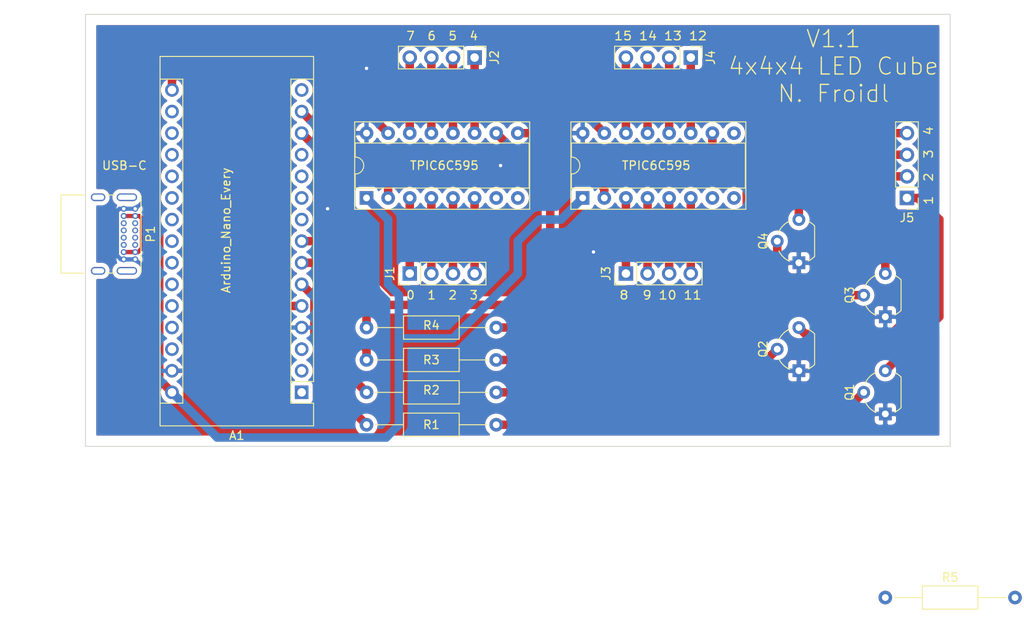
<source format=kicad_pcb>
(kicad_pcb (version 20171130) (host pcbnew "(5.1.12)-1")
  (layers (0 F.Cu signal) (31 B.Cu signal) (34 B.Paste user) (35 F.Paste user) (36 B.SilkS user) (37 F.SilkS user) (38 B.Mask user) (39 F.Mask user) (44 Edge.Cuts user))
  (net 0 "")
  (net 1 "Net-(A1-Pad16)")
  (net 2 "Net-(A1-Pad15)")
  (net 3 +5V)
  (net 4 "Net-(A1-Pad14)")
  (net 5 "Net-(A1-Pad13)")
  (net 6 "Net-(A1-Pad28)")
  (net 7 "Net-(A1-Pad12)")
  (net 8 "Net-(A1-Pad27)")
  (net 9 "Net-(A1-Pad11)")
  (net 10 "Net-(A1-Pad26)")
  (net 11 "Net-(A1-Pad10)")
  (net 12 "Net-(A1-Pad25)")
  (net 13 "Net-(A1-Pad9)")
  (net 14 "Net-(A1-Pad24)")
  (net 15 "Net-(A1-Pad8)")
  (net 16 "Net-(A1-Pad23)")
  (net 17 "Net-(A1-Pad7)")
  (net 18 "Net-(A1-Pad22)")
  (net 19 "Net-(A1-Pad6)")
  (net 20 "Net-(A1-Pad21)")
  (net 21 "Net-(A1-Pad5)")
  (net 22 "Net-(A1-Pad20)")
  (net 23 "Net-(A1-Pad19)")
  (net 24 "Net-(A1-Pad3)")
  (net 25 "Net-(A1-Pad18)")
  (net 26 "Net-(A1-Pad2)")
  (net 27 "Net-(A1-Pad17)")
  (net 28 "Net-(A1-Pad1)")
  (net 29 "Net-(J1-Pad4)")
  (net 30 "Net-(J1-Pad3)")
  (net 31 "Net-(J1-Pad2)")
  (net 32 "Net-(J1-Pad1)")
  (net 33 "Net-(J2-Pad4)")
  (net 34 "Net-(J2-Pad3)")
  (net 35 "Net-(J2-Pad2)")
  (net 36 "Net-(J2-Pad1)")
  (net 37 "Net-(J3-Pad4)")
  (net 38 "Net-(J3-Pad3)")
  (net 39 "Net-(J3-Pad2)")
  (net 40 "Net-(J3-Pad1)")
  (net 41 "Net-(P1-PadS1)")
  (net 42 "Net-(P1-PadB5)")
  (net 43 "Net-(P1-PadB8)")
  (net 44 "Net-(P1-PadA8)")
  (net 45 "Net-(P1-PadA7)")
  (net 46 "Net-(P1-PadA6)")
  (net 47 "Net-(P1-PadA5)")
  (net 48 GND)
  (net 49 "Net-(U1-Pad9)")
  (net 50 "Net-(U1-Pad8)")
  (net 51 "Net-(U2-Pad9)")
  (net 52 "Net-(U2-Pad8)")
  (net 53 "Net-(U1-Pad7)")
  (net 54 "Net-(U2-Pad7)")
  (net 55 "Net-(Q1-Pad2)")
  (net 56 "Net-(Q2-Pad2)")
  (net 57 "Net-(Q3-Pad2)")
  (net 58 "Net-(Q4-Pad2)")
  (net 59 "Net-(J5-Pad4)")
  (net 60 "Net-(J5-Pad3)")
  (net 61 "Net-(J5-Pad2)")
  (net 62 "Net-(J5-Pad1)")
  (net 63 "Net-(J4-Pad4)")
  (net 64 "Net-(J4-Pad3)")
  (net 65 "Net-(J4-Pad2)")
  (net 66 "Net-(J4-Pad1)")
  (net 67 "Net-(Q1-Pad1)")
  (module Resistor_THT:R_Axial_DIN0207_L6.3mm_D2.5mm_P15.24mm_Horizontal (layer F.Cu) (at 144.78 119.38)
    (fp_text reference R5 (at 7.62 -2.37) (layer F.SilkS))
    (fp_text value 330)
    (fp_line (start 4.35 -1.37) (end 4.35 1.37) (layer F.SilkS) (width 0.12))
    (fp_line (start 4.35 1.37) (end 10.89 1.37) (layer F.SilkS) (width 0.12))
    (fp_line (start 10.89 1.37) (end 10.89 -1.37) (layer F.SilkS) (width 0.12))
    (fp_line (start 10.89 -1.37) (end 4.35 -1.37) (layer F.SilkS) (width 0.12))
    (fp_line (start 1.04 0) (end 4.35 0) (layer F.SilkS) (width 0.12))
    (fp_line (start 14.2 0) (end 10.89 0) (layer F.SilkS) (width 0.12))
    (pad 2 thru_hole oval (at 15.24 0) (size 1.6 1.6) (drill 0.8) (layers *.Cu *.Mask) (net 48 GND))
    (pad 1 thru_hole circle (at 0 0) (size 1.6 1.6) (drill 0.8) (layers *.Cu *.Mask) (net 67 "Net-(Q1-Pad1)"))
  )
  (module Connector_PinHeader_2.54mm:PinHeader_1x04_P2.54mm_Vertical (layer F.Cu) (at 121.92 55.88 270)
    (fp_text reference J4 (at 0 -2.33 90) (layer F.SilkS))
    (fp_text value Conn_01x04_Male)
    (fp_line (start -1.33 8.95) (end 1.33 8.95) (layer F.SilkS) (width 0.12))
    (fp_line (start -1.33 1.27) (end -1.33 8.95) (layer F.SilkS) (width 0.12))
    (fp_line (start 1.33 1.27) (end 1.33 8.95) (layer F.SilkS) (width 0.12))
    (fp_line (start -1.33 1.27) (end 1.33 1.27) (layer F.SilkS) (width 0.12))
    (fp_line (start -1.33 0) (end -1.33 -1.33) (layer F.SilkS) (width 0.12))
    (fp_line (start -1.33 -1.33) (end 0 -1.33) (layer F.SilkS) (width 0.12))
    (pad 4 thru_hole oval (at 0 7.62 270) (size 1.7 1.7) (drill 1) (layers *.Cu *.Mask) (net 63 "Net-(J4-Pad4)"))
    (pad 3 thru_hole oval (at 0 5.08 270) (size 1.7 1.7) (drill 1) (layers *.Cu *.Mask) (net 64 "Net-(J4-Pad3)"))
    (pad 2 thru_hole oval (at 0 2.54 270) (size 1.7 1.7) (drill 1) (layers *.Cu *.Mask) (net 65 "Net-(J4-Pad2)"))
    (pad 1 thru_hole rect (at 0 0 270) (size 1.7 1.7) (drill 1) (layers *.Cu *.Mask) (net 66 "Net-(J4-Pad1)"))
  )
  (module Connector_PinHeader_2.54mm:PinHeader_1x04_P2.54mm_Vertical (layer F.Cu) (at 114.3 81.28 90)
    (fp_text reference J3 (at 0 -2.33 90) (layer F.SilkS))
    (fp_text value Conn_01x04_Male)
    (fp_line (start -1.33 8.95) (end 1.33 8.95) (layer F.SilkS) (width 0.12))
    (fp_line (start -1.33 1.27) (end -1.33 8.95) (layer F.SilkS) (width 0.12))
    (fp_line (start 1.33 1.27) (end 1.33 8.95) (layer F.SilkS) (width 0.12))
    (fp_line (start -1.33 1.27) (end 1.33 1.27) (layer F.SilkS) (width 0.12))
    (fp_line (start -1.33 0) (end -1.33 -1.33) (layer F.SilkS) (width 0.12))
    (fp_line (start -1.33 -1.33) (end 0 -1.33) (layer F.SilkS) (width 0.12))
    (pad 4 thru_hole oval (at 0 7.62 90) (size 1.7 1.7) (drill 1) (layers *.Cu *.Mask) (net 37 "Net-(J3-Pad4)"))
    (pad 3 thru_hole oval (at 0 5.08 90) (size 1.7 1.7) (drill 1) (layers *.Cu *.Mask) (net 38 "Net-(J3-Pad3)"))
    (pad 2 thru_hole oval (at 0 2.54 90) (size 1.7 1.7) (drill 1) (layers *.Cu *.Mask) (net 39 "Net-(J3-Pad2)"))
    (pad 1 thru_hole rect (at 0 0 90) (size 1.7 1.7) (drill 1) (layers *.Cu *.Mask) (net 40 "Net-(J3-Pad1)"))
  )
  (module Connector_PinHeader_2.54mm:PinHeader_1x04_P2.54mm_Vertical (layer F.Cu) (at 96.52 55.88 270)
    (fp_text reference J2 (at 0 -2.33 90) (layer F.SilkS))
    (fp_text value Conn_01x04_Male)
    (fp_line (start -1.33 8.95) (end 1.33 8.95) (layer F.SilkS) (width 0.12))
    (fp_line (start -1.33 1.27) (end -1.33 8.95) (layer F.SilkS) (width 0.12))
    (fp_line (start 1.33 1.27) (end 1.33 8.95) (layer F.SilkS) (width 0.12))
    (fp_line (start -1.33 1.27) (end 1.33 1.27) (layer F.SilkS) (width 0.12))
    (fp_line (start -1.33 0) (end -1.33 -1.33) (layer F.SilkS) (width 0.12))
    (fp_line (start -1.33 -1.33) (end 0 -1.33) (layer F.SilkS) (width 0.12))
    (pad 4 thru_hole oval (at 0 7.62 270) (size 1.7 1.7) (drill 1) (layers *.Cu *.Mask) (net 33 "Net-(J2-Pad4)"))
    (pad 3 thru_hole oval (at 0 5.08 270) (size 1.7 1.7) (drill 1) (layers *.Cu *.Mask) (net 34 "Net-(J2-Pad3)"))
    (pad 2 thru_hole oval (at 0 2.54 270) (size 1.7 1.7) (drill 1) (layers *.Cu *.Mask) (net 35 "Net-(J2-Pad2)"))
    (pad 1 thru_hole rect (at 0 0 270) (size 1.7 1.7) (drill 1) (layers *.Cu *.Mask) (net 36 "Net-(J2-Pad1)"))
  )
  (module Connector_PinHeader_2.54mm:PinHeader_1x04_P2.54mm_Vertical (layer F.Cu) (at 88.9 81.28 90)
    (fp_text reference J1 (at 0 -2.33 90) (layer F.SilkS))
    (fp_text value Conn_01x04_Male)
    (fp_line (start -1.33 8.95) (end 1.33 8.95) (layer F.SilkS) (width 0.12))
    (fp_line (start -1.33 1.27) (end -1.33 8.95) (layer F.SilkS) (width 0.12))
    (fp_line (start 1.33 1.27) (end 1.33 8.95) (layer F.SilkS) (width 0.12))
    (fp_line (start -1.33 1.27) (end 1.33 1.27) (layer F.SilkS) (width 0.12))
    (fp_line (start -1.33 0) (end -1.33 -1.33) (layer F.SilkS) (width 0.12))
    (fp_line (start -1.33 -1.33) (end 0 -1.33) (layer F.SilkS) (width 0.12))
    (pad 4 thru_hole oval (at 0 7.62 90) (size 1.7 1.7) (drill 1) (layers *.Cu *.Mask) (net 29 "Net-(J1-Pad4)"))
    (pad 3 thru_hole oval (at 0 5.08 90) (size 1.7 1.7) (drill 1) (layers *.Cu *.Mask) (net 30 "Net-(J1-Pad3)"))
    (pad 2 thru_hole oval (at 0 2.54 90) (size 1.7 1.7) (drill 1) (layers *.Cu *.Mask) (net 31 "Net-(J1-Pad2)"))
    (pad 1 thru_hole rect (at 0 0 90) (size 1.7 1.7) (drill 1) (layers *.Cu *.Mask) (net 32 "Net-(J1-Pad1)"))
  )
  (module Package_DIP:DIP-16_W7.62mm_Socket (layer F.Cu) (at 109.22 72.39 90)
    (fp_text reference U2 hide)
    (fp_text value TPIC6C595N)
    (fp_line (start 2.81 -1.33) (end 1.16 -1.33) (layer F.SilkS) (width 0.12))
    (fp_line (start 1.16 -1.33) (end 1.16 19.11) (layer F.SilkS) (width 0.12))
    (fp_line (start 1.16 19.11) (end 6.46 19.11) (layer F.SilkS) (width 0.12))
    (fp_line (start 6.46 19.11) (end 6.46 -1.33) (layer F.SilkS) (width 0.12))
    (fp_line (start 6.46 -1.33) (end 4.81 -1.33) (layer F.SilkS) (width 0.12))
    (fp_line (start -1.33 -1.39) (end -1.33 19.17) (layer F.SilkS) (width 0.12))
    (fp_line (start -1.33 19.17) (end 8.95 19.17) (layer F.SilkS) (width 0.12))
    (fp_line (start 8.95 19.17) (end 8.95 -1.39) (layer F.SilkS) (width 0.12))
    (fp_line (start 8.95 -1.39) (end -1.33 -1.39) (layer F.SilkS) (width 0.12))
    (fp_arc (start 3.81 -1.33) (end 2.81 -1.33) (angle -180) (layer F.SilkS) (width 0.12))
    (pad 16 thru_hole oval (at 7.62 0 90) (size 1.6 1.6) (drill 0.8) (layers *.Cu *.Mask) (net 48 GND))
    (pad 8 thru_hole oval (at 0 17.78 90) (size 1.6 1.6) (drill 0.8) (layers *.Cu *.Mask) (net 52 "Net-(U2-Pad8)"))
    (pad 15 thru_hole oval (at 7.62 2.54 90) (size 1.6 1.6) (drill 0.8) (layers *.Cu *.Mask) (net 1 "Net-(A1-Pad16)"))
    (pad 7 thru_hole oval (at 0 15.24 90) (size 1.6 1.6) (drill 0.8) (layers *.Cu *.Mask) (net 54 "Net-(U2-Pad7)"))
    (pad 14 thru_hole oval (at 7.62 5.08 90) (size 1.6 1.6) (drill 0.8) (layers *.Cu *.Mask) (net 63 "Net-(J4-Pad4)"))
    (pad 6 thru_hole oval (at 0 12.7 90) (size 1.6 1.6) (drill 0.8) (layers *.Cu *.Mask) (net 37 "Net-(J3-Pad4)"))
    (pad 13 thru_hole oval (at 7.62 7.62 90) (size 1.6 1.6) (drill 0.8) (layers *.Cu *.Mask) (net 64 "Net-(J4-Pad3)"))
    (pad 5 thru_hole oval (at 0 10.16 90) (size 1.6 1.6) (drill 0.8) (layers *.Cu *.Mask) (net 38 "Net-(J3-Pad3)"))
    (pad 12 thru_hole oval (at 7.62 10.16 90) (size 1.6 1.6) (drill 0.8) (layers *.Cu *.Mask) (net 65 "Net-(J4-Pad2)"))
    (pad 4 thru_hole oval (at 0 7.62 90) (size 1.6 1.6) (drill 0.8) (layers *.Cu *.Mask) (net 39 "Net-(J3-Pad2)"))
    (pad 11 thru_hole oval (at 7.62 12.7 90) (size 1.6 1.6) (drill 0.8) (layers *.Cu *.Mask) (net 66 "Net-(J4-Pad1)"))
    (pad 3 thru_hole oval (at 0 5.08 90) (size 1.6 1.6) (drill 0.8) (layers *.Cu *.Mask) (net 40 "Net-(J3-Pad1)"))
    (pad 10 thru_hole oval (at 7.62 15.24 90) (size 1.6 1.6) (drill 0.8) (layers *.Cu *.Mask) (net 5 "Net-(A1-Pad13)"))
    (pad 2 thru_hole oval (at 0 2.54 90) (size 1.6 1.6) (drill 0.8) (layers *.Cu *.Mask) (net 49 "Net-(U1-Pad9)"))
    (pad 9 thru_hole oval (at 7.62 17.78 90) (size 1.6 1.6) (drill 0.8) (layers *.Cu *.Mask) (net 51 "Net-(U2-Pad9)"))
    (pad 1 thru_hole rect (at 0 0 90) (size 1.6 1.6) (drill 0.8) (layers *.Cu *.Mask) (net 3 +5V))
  )
  (module Package_DIP:DIP-16_W7.62mm_Socket (layer F.Cu) (at 83.82 72.39 90)
    (fp_text reference U1 hide)
    (fp_text value TPIC6C595N)
    (fp_line (start 2.81 -1.33) (end 1.16 -1.33) (layer F.SilkS) (width 0.12))
    (fp_line (start 1.16 -1.33) (end 1.16 19.11) (layer F.SilkS) (width 0.12))
    (fp_line (start 1.16 19.11) (end 6.46 19.11) (layer F.SilkS) (width 0.12))
    (fp_line (start 6.46 19.11) (end 6.46 -1.33) (layer F.SilkS) (width 0.12))
    (fp_line (start 6.46 -1.33) (end 4.81 -1.33) (layer F.SilkS) (width 0.12))
    (fp_line (start -1.33 -1.39) (end -1.33 19.17) (layer F.SilkS) (width 0.12))
    (fp_line (start -1.33 19.17) (end 8.95 19.17) (layer F.SilkS) (width 0.12))
    (fp_line (start 8.95 19.17) (end 8.95 -1.39) (layer F.SilkS) (width 0.12))
    (fp_line (start 8.95 -1.39) (end -1.33 -1.39) (layer F.SilkS) (width 0.12))
    (fp_arc (start 3.81 -1.33) (end 2.81 -1.33) (angle -180) (layer F.SilkS) (width 0.12))
    (pad 16 thru_hole oval (at 7.62 0 90) (size 1.6 1.6) (drill 0.8) (layers *.Cu *.Mask) (net 48 GND))
    (pad 8 thru_hole oval (at 0 17.78 90) (size 1.6 1.6) (drill 0.8) (layers *.Cu *.Mask) (net 50 "Net-(U1-Pad8)"))
    (pad 15 thru_hole oval (at 7.62 2.54 90) (size 1.6 1.6) (drill 0.8) (layers *.Cu *.Mask) (net 1 "Net-(A1-Pad16)"))
    (pad 7 thru_hole oval (at 0 15.24 90) (size 1.6 1.6) (drill 0.8) (layers *.Cu *.Mask) (net 53 "Net-(U1-Pad7)"))
    (pad 14 thru_hole oval (at 7.62 5.08 90) (size 1.6 1.6) (drill 0.8) (layers *.Cu *.Mask) (net 33 "Net-(J2-Pad4)"))
    (pad 6 thru_hole oval (at 0 12.7 90) (size 1.6 1.6) (drill 0.8) (layers *.Cu *.Mask) (net 29 "Net-(J1-Pad4)"))
    (pad 13 thru_hole oval (at 7.62 7.62 90) (size 1.6 1.6) (drill 0.8) (layers *.Cu *.Mask) (net 34 "Net-(J2-Pad3)"))
    (pad 5 thru_hole oval (at 0 10.16 90) (size 1.6 1.6) (drill 0.8) (layers *.Cu *.Mask) (net 30 "Net-(J1-Pad3)"))
    (pad 12 thru_hole oval (at 7.62 10.16 90) (size 1.6 1.6) (drill 0.8) (layers *.Cu *.Mask) (net 35 "Net-(J2-Pad2)"))
    (pad 4 thru_hole oval (at 0 7.62 90) (size 1.6 1.6) (drill 0.8) (layers *.Cu *.Mask) (net 31 "Net-(J1-Pad2)"))
    (pad 11 thru_hole oval (at 7.62 12.7 90) (size 1.6 1.6) (drill 0.8) (layers *.Cu *.Mask) (net 36 "Net-(J2-Pad1)"))
    (pad 3 thru_hole oval (at 0 5.08 90) (size 1.6 1.6) (drill 0.8) (layers *.Cu *.Mask) (net 32 "Net-(J1-Pad1)"))
    (pad 10 thru_hole oval (at 7.62 15.24 90) (size 1.6 1.6) (drill 0.8) (layers *.Cu *.Mask) (net 5 "Net-(A1-Pad13)"))
    (pad 2 thru_hole oval (at 0 2.54 90) (size 1.6 1.6) (drill 0.8) (layers *.Cu *.Mask) (net 4 "Net-(A1-Pad14)"))
    (pad 9 thru_hole oval (at 7.62 17.78 90) (size 1.6 1.6) (drill 0.8) (layers *.Cu *.Mask) (net 49 "Net-(U1-Pad9)"))
    (pad 1 thru_hole rect (at 0 0 90) (size 1.6 1.6) (drill 0.8) (layers *.Cu *.Mask) (net 3 +5V))
  )
  (module Resistor_THT:R_Axial_DIN0207_L6.3mm_D2.5mm_P15.24mm_Horizontal (layer F.Cu) (at 83.82 87.63)
    (fp_text reference R4 (at 7.62 -0.254) (layer F.SilkS))
    (fp_text value 1k)
    (fp_line (start 4.35 -1.37) (end 4.35 1.37) (layer F.SilkS) (width 0.12))
    (fp_line (start 4.35 1.37) (end 10.89 1.37) (layer F.SilkS) (width 0.12))
    (fp_line (start 10.89 1.37) (end 10.89 -1.37) (layer F.SilkS) (width 0.12))
    (fp_line (start 10.89 -1.37) (end 4.35 -1.37) (layer F.SilkS) (width 0.12))
    (fp_line (start 1.04 0) (end 4.35 0) (layer F.SilkS) (width 0.12))
    (fp_line (start 14.2 0) (end 10.89 0) (layer F.SilkS) (width 0.12))
    (pad 2 thru_hole oval (at 15.24 0) (size 1.6 1.6) (drill 0.8) (layers *.Cu *.Mask) (net 58 "Net-(Q4-Pad2)"))
    (pad 1 thru_hole circle (at 0 0) (size 1.6 1.6) (drill 0.8) (layers *.Cu *.Mask) (net 15 "Net-(A1-Pad8)"))
  )
  (module Resistor_THT:R_Axial_DIN0207_L6.3mm_D2.5mm_P15.24mm_Horizontal (layer F.Cu) (at 83.82 91.44)
    (fp_text reference R3 (at 7.62 0) (layer F.SilkS))
    (fp_text value 1k)
    (fp_line (start 4.35 -1.37) (end 4.35 1.37) (layer F.SilkS) (width 0.12))
    (fp_line (start 4.35 1.37) (end 10.89 1.37) (layer F.SilkS) (width 0.12))
    (fp_line (start 10.89 1.37) (end 10.89 -1.37) (layer F.SilkS) (width 0.12))
    (fp_line (start 10.89 -1.37) (end 4.35 -1.37) (layer F.SilkS) (width 0.12))
    (fp_line (start 1.04 0) (end 4.35 0) (layer F.SilkS) (width 0.12))
    (fp_line (start 14.2 0) (end 10.89 0) (layer F.SilkS) (width 0.12))
    (pad 2 thru_hole oval (at 15.24 0) (size 1.6 1.6) (drill 0.8) (layers *.Cu *.Mask) (net 57 "Net-(Q3-Pad2)"))
    (pad 1 thru_hole circle (at 0 0) (size 1.6 1.6) (drill 0.8) (layers *.Cu *.Mask) (net 17 "Net-(A1-Pad7)"))
  )
  (module Resistor_THT:R_Axial_DIN0207_L6.3mm_D2.5mm_P15.24mm_Horizontal (layer F.Cu) (at 83.82 95.25)
    (fp_text reference R2 (at 7.62 -0.254) (layer F.SilkS))
    (fp_text value 1k)
    (fp_line (start 4.35 -1.37) (end 4.35 1.37) (layer F.SilkS) (width 0.12))
    (fp_line (start 4.35 1.37) (end 10.89 1.37) (layer F.SilkS) (width 0.12))
    (fp_line (start 10.89 1.37) (end 10.89 -1.37) (layer F.SilkS) (width 0.12))
    (fp_line (start 10.89 -1.37) (end 4.35 -1.37) (layer F.SilkS) (width 0.12))
    (fp_line (start 1.04 0) (end 4.35 0) (layer F.SilkS) (width 0.12))
    (fp_line (start 14.2 0) (end 10.89 0) (layer F.SilkS) (width 0.12))
    (pad 2 thru_hole oval (at 15.24 0) (size 1.6 1.6) (drill 0.8) (layers *.Cu *.Mask) (net 56 "Net-(Q2-Pad2)"))
    (pad 1 thru_hole circle (at 0 0) (size 1.6 1.6) (drill 0.8) (layers *.Cu *.Mask) (net 19 "Net-(A1-Pad6)"))
  )
  (module Resistor_THT:R_Axial_DIN0207_L6.3mm_D2.5mm_P15.24mm_Horizontal (layer F.Cu) (at 99.06 99.06 180)
    (fp_text reference R1 (at 7.62 0) (layer F.SilkS))
    (fp_text value 1k)
    (fp_line (start 4.35 -1.37) (end 4.35 1.37) (layer F.SilkS) (width 0.12))
    (fp_line (start 4.35 1.37) (end 10.89 1.37) (layer F.SilkS) (width 0.12))
    (fp_line (start 10.89 1.37) (end 10.89 -1.37) (layer F.SilkS) (width 0.12))
    (fp_line (start 10.89 -1.37) (end 4.35 -1.37) (layer F.SilkS) (width 0.12))
    (fp_line (start 1.04 0) (end 4.35 0) (layer F.SilkS) (width 0.12))
    (fp_line (start 14.2 0) (end 10.89 0) (layer F.SilkS) (width 0.12))
    (pad 2 thru_hole oval (at 15.24 0 180) (size 1.6 1.6) (drill 0.8) (layers *.Cu *.Mask) (net 21 "Net-(A1-Pad5)"))
    (pad 1 thru_hole circle (at 0 0 180) (size 1.6 1.6) (drill 0.8) (layers *.Cu *.Mask) (net 55 "Net-(Q1-Pad2)"))
  )
  (module Package_TO_SOT_THT:TO-92_Wide (layer F.Cu) (at 144.78 97.79 90)
    (fp_text reference Q1 (at 2.55 -4.19 90) (layer F.SilkS))
    (fp_text value 2N3904)
    (fp_line (start 0.74 1.85) (end 4.34 1.85) (layer F.SilkS) (width 0.12))
    (fp_arc (start 2.54 0) (end 4.34 1.85) (angle -20) (layer F.SilkS) (width 0.12))
    (fp_arc (start 2.54 0) (end 3.65 -2.35) (angle 39.71668247) (layer F.SilkS) (width 0.12))
    (fp_arc (start 2.54 0) (end 1.4 -2.35) (angle -39.12170074) (layer F.SilkS) (width 0.12))
    (fp_arc (start 2.54 0) (end 0.74 1.85) (angle 20) (layer F.SilkS) (width 0.12))
    (pad 1 thru_hole rect (at 0 0 90) (size 1.5 1.5) (drill 0.8) (layers *.Cu *.Mask) (net 67 "Net-(Q1-Pad1)"))
    (pad 3 thru_hole circle (at 5.08 0 90) (size 1.5 1.5) (drill 0.8) (layers *.Cu *.Mask) (net 62 "Net-(J5-Pad1)"))
    (pad 2 thru_hole circle (at 2.54 -2.54 90) (size 1.5 1.5) (drill 0.8) (layers *.Cu *.Mask) (net 55 "Net-(Q1-Pad2)"))
  )
  (module Package_TO_SOT_THT:TO-92_Wide (layer F.Cu) (at 134.62 92.71 90)
    (fp_text reference Q2 (at 2.55 -4.19 90) (layer F.SilkS))
    (fp_text value 2N3904)
    (fp_line (start 0.74 1.85) (end 4.34 1.85) (layer F.SilkS) (width 0.12))
    (fp_arc (start 2.54 0) (end 4.34 1.85) (angle -20) (layer F.SilkS) (width 0.12))
    (fp_arc (start 2.54 0) (end 3.65 -2.35) (angle 39.71668247) (layer F.SilkS) (width 0.12))
    (fp_arc (start 2.54 0) (end 1.4 -2.35) (angle -39.12170074) (layer F.SilkS) (width 0.12))
    (fp_arc (start 2.54 0) (end 0.74 1.85) (angle 20) (layer F.SilkS) (width 0.12))
    (pad 1 thru_hole rect (at 0 0 90) (size 1.5 1.5) (drill 0.8) (layers *.Cu *.Mask) (net 67 "Net-(Q1-Pad1)"))
    (pad 3 thru_hole circle (at 5.08 0 90) (size 1.5 1.5) (drill 0.8) (layers *.Cu *.Mask) (net 61 "Net-(J5-Pad2)"))
    (pad 2 thru_hole circle (at 2.54 -2.54 90) (size 1.5 1.5) (drill 0.8) (layers *.Cu *.Mask) (net 56 "Net-(Q2-Pad2)"))
  )
  (module Package_TO_SOT_THT:TO-92_Wide (layer F.Cu) (at 144.78 86.36 90)
    (fp_text reference Q3 (at 2.55 -4.19 90) (layer F.SilkS))
    (fp_text value 2N3904)
    (fp_line (start 0.74 1.85) (end 4.34 1.85) (layer F.SilkS) (width 0.12))
    (fp_arc (start 2.54 0) (end 4.34 1.85) (angle -20) (layer F.SilkS) (width 0.12))
    (fp_arc (start 2.54 0) (end 3.65 -2.35) (angle 39.71668247) (layer F.SilkS) (width 0.12))
    (fp_arc (start 2.54 0) (end 1.4 -2.35) (angle -39.12170074) (layer F.SilkS) (width 0.12))
    (fp_arc (start 2.54 0) (end 0.74 1.85) (angle 20) (layer F.SilkS) (width 0.12))
    (pad 1 thru_hole rect (at 0 0 90) (size 1.5 1.5) (drill 0.8) (layers *.Cu *.Mask) (net 67 "Net-(Q1-Pad1)"))
    (pad 3 thru_hole circle (at 5.08 0 90) (size 1.5 1.5) (drill 0.8) (layers *.Cu *.Mask) (net 60 "Net-(J5-Pad3)"))
    (pad 2 thru_hole circle (at 2.54 -2.54 90) (size 1.5 1.5) (drill 0.8) (layers *.Cu *.Mask) (net 57 "Net-(Q3-Pad2)"))
  )
  (module Package_TO_SOT_THT:TO-92_Wide (layer F.Cu) (at 134.62 80.01 90)
    (fp_text reference Q4 (at 2.55 -4.19 90) (layer F.SilkS))
    (fp_text value 2N3904)
    (fp_line (start 0.74 1.85) (end 4.34 1.85) (layer F.SilkS) (width 0.12))
    (fp_arc (start 2.54 0) (end 4.34 1.85) (angle -20) (layer F.SilkS) (width 0.12))
    (fp_arc (start 2.54 0) (end 3.65 -2.35) (angle 39.71668247) (layer F.SilkS) (width 0.12))
    (fp_arc (start 2.54 0) (end 1.4 -2.35) (angle -39.12170074) (layer F.SilkS) (width 0.12))
    (fp_arc (start 2.54 0) (end 0.74 1.85) (angle 20) (layer F.SilkS) (width 0.12))
    (pad 1 thru_hole rect (at 0 0 90) (size 1.5 1.5) (drill 0.8) (layers *.Cu *.Mask) (net 67 "Net-(Q1-Pad1)"))
    (pad 3 thru_hole circle (at 5.08 0 90) (size 1.5 1.5) (drill 0.8) (layers *.Cu *.Mask) (net 59 "Net-(J5-Pad4)"))
    (pad 2 thru_hole circle (at 2.54 -2.54 90) (size 1.5 1.5) (drill 0.8) (layers *.Cu *.Mask) (net 58 "Net-(Q4-Pad2)"))
  )
  (module Connector_USB:USB_C_Receptacle_GCT_USB4085 (layer F.Cu) (at 56.642 73.66 270)
    (fp_text reference P1 (at 2.975 -1.8 90) (layer F.SilkS))
    (fp_text value USB_C_Plug)
    (fp_line (start -1.62 8.73) (end 7.57 8.73) (layer F.SilkS) (width 0.12))
    (fp_line (start -1.5 -0.68) (end 7.45 -0.68) (layer F.SilkS) (width 0.12))
    (fp_line (start 7.57 6) (end 7.57 8.73) (layer F.SilkS) (width 0.12))
    (fp_line (start -1.62 6) (end -1.62 8.73) (layer F.SilkS) (width 0.12))
    (fp_line (start 7.57 2.4) (end 7.57 3.3) (layer F.SilkS) (width 0.12))
    (fp_line (start -1.62 2.4) (end -1.62 3.3) (layer F.SilkS) (width 0.12))
    (pad S1 thru_hole oval (at 7.3 4.36 270) (size 0.9 1.7) (drill oval 0.6 1.4) (layers *.Cu *.Mask) (net 41 "Net-(P1-PadS1)"))
    (pad S1 thru_hole oval (at -1.35 4.36 270) (size 0.9 1.7) (drill oval 0.6 1.4) (layers *.Cu *.Mask) (net 41 "Net-(P1-PadS1)"))
    (pad S1 thru_hole oval (at 7.3 0.98 270) (size 0.9 2.4) (drill oval 0.6 2.1) (layers *.Cu *.Mask) (net 41 "Net-(P1-PadS1)"))
    (pad S1 thru_hole oval (at -1.35 0.98 270) (size 0.9 2.4) (drill oval 0.6 2.1) (layers *.Cu *.Mask) (net 41 "Net-(P1-PadS1)"))
    (pad B6 thru_hole circle (at 3.4 1.35 270) (size 0.7 0.7) (drill 0.4) (layers *.Cu *.Mask))
    (pad B1 thru_hole circle (at 5.95 1.35 270) (size 0.7 0.7) (drill 0.4) (layers *.Cu *.Mask) (net 48 GND))
    (pad B4 thru_hole circle (at 5.1 1.35 270) (size 0.7 0.7) (drill 0.4) (layers *.Cu *.Mask) (net 3 +5V))
    (pad B5 thru_hole circle (at 4.25 1.35 270) (size 0.7 0.7) (drill 0.4) (layers *.Cu *.Mask) (net 42 "Net-(P1-PadB5)"))
    (pad B12 thru_hole circle (at 0 1.35 270) (size 0.7 0.7) (drill 0.4) (layers *.Cu *.Mask) (net 48 GND))
    (pad B8 thru_hole circle (at 1.7 1.35 270) (size 0.7 0.7) (drill 0.4) (layers *.Cu *.Mask) (net 43 "Net-(P1-PadB8)"))
    (pad B7 thru_hole circle (at 2.55 1.35 270) (size 0.7 0.7) (drill 0.4) (layers *.Cu *.Mask))
    (pad B9 thru_hole circle (at 0.85 1.35 270) (size 0.7 0.7) (drill 0.4) (layers *.Cu *.Mask) (net 3 +5V))
    (pad A12 thru_hole circle (at 5.95 0 270) (size 0.7 0.7) (drill 0.4) (layers *.Cu *.Mask) (net 48 GND))
    (pad A9 thru_hole circle (at 5.1 0 270) (size 0.7 0.7) (drill 0.4) (layers *.Cu *.Mask) (net 3 +5V))
    (pad A8 thru_hole circle (at 4.25 0 270) (size 0.7 0.7) (drill 0.4) (layers *.Cu *.Mask) (net 44 "Net-(P1-PadA8)"))
    (pad A7 thru_hole circle (at 3.4 0 270) (size 0.7 0.7) (drill 0.4) (layers *.Cu *.Mask) (net 45 "Net-(P1-PadA7)"))
    (pad A6 thru_hole circle (at 2.55 0 270) (size 0.7 0.7) (drill 0.4) (layers *.Cu *.Mask) (net 46 "Net-(P1-PadA6)"))
    (pad A5 thru_hole circle (at 1.7 0 270) (size 0.7 0.7) (drill 0.4) (layers *.Cu *.Mask) (net 47 "Net-(P1-PadA5)"))
    (pad A4 thru_hole circle (at 0.85 0 270) (size 0.7 0.7) (drill 0.4) (layers *.Cu *.Mask) (net 3 +5V))
    (pad A1 thru_hole circle (at 0 0 270) (size 0.7 0.7) (drill 0.4) (layers *.Cu *.Mask) (net 48 GND))
  )
  (module Connector_PinHeader_2.54mm:PinHeader_1x04_P2.54mm_Vertical (layer F.Cu) (at 147.32 72.39 180)
    (fp_text reference J5 (at 0 -2.33) (layer F.SilkS))
    (fp_text value Conn_01x04_Male)
    (fp_line (start -1.33 8.95) (end 1.33 8.95) (layer F.SilkS) (width 0.12))
    (fp_line (start -1.33 1.27) (end -1.33 8.95) (layer F.SilkS) (width 0.12))
    (fp_line (start 1.33 1.27) (end 1.33 8.95) (layer F.SilkS) (width 0.12))
    (fp_line (start -1.33 1.27) (end 1.33 1.27) (layer F.SilkS) (width 0.12))
    (fp_line (start -1.33 0) (end -1.33 -1.33) (layer F.SilkS) (width 0.12))
    (fp_line (start -1.33 -1.33) (end 0 -1.33) (layer F.SilkS) (width 0.12))
    (pad 4 thru_hole oval (at 0 7.62 180) (size 1.7 1.7) (drill 1) (layers *.Cu *.Mask) (net 59 "Net-(J5-Pad4)"))
    (pad 3 thru_hole oval (at 0 5.08 180) (size 1.7 1.7) (drill 1) (layers *.Cu *.Mask) (net 60 "Net-(J5-Pad3)"))
    (pad 2 thru_hole oval (at 0 2.54 180) (size 1.7 1.7) (drill 1) (layers *.Cu *.Mask) (net 61 "Net-(J5-Pad2)"))
    (pad 1 thru_hole rect (at 0 0 180) (size 1.7 1.7) (drill 1) (layers *.Cu *.Mask) (net 62 "Net-(J5-Pad1)"))
  )
  (module Module:Arduino_Nano (layer F.Cu) (at 76.2 95.25 180)
    (fp_text reference A1 (at 7.62 -5.08) (layer F.SilkS))
    (fp_text value Arduino_Nano_Every (at 8.89 19.05 90) (layer F.SilkS))
    (fp_line (start 1.27 1.27) (end 1.27 -1.27) (layer F.SilkS) (width 0.12))
    (fp_line (start 1.27 -1.27) (end -1.4 -1.27) (layer F.SilkS) (width 0.12))
    (fp_line (start -1.4 1.27) (end -1.4 39.5) (layer F.SilkS) (width 0.12))
    (fp_line (start -1.4 -3.94) (end -1.4 -1.27) (layer F.SilkS) (width 0.12))
    (fp_line (start 13.97 -1.27) (end 16.64 -1.27) (layer F.SilkS) (width 0.12))
    (fp_line (start 13.97 -1.27) (end 13.97 36.83) (layer F.SilkS) (width 0.12))
    (fp_line (start 13.97 36.83) (end 16.64 36.83) (layer F.SilkS) (width 0.12))
    (fp_line (start 1.27 1.27) (end -1.4 1.27) (layer F.SilkS) (width 0.12))
    (fp_line (start 1.27 1.27) (end 1.27 36.83) (layer F.SilkS) (width 0.12))
    (fp_line (start 1.27 36.83) (end -1.4 36.83) (layer F.SilkS) (width 0.12))
    (fp_line (start -1.4 39.5) (end 16.64 39.5) (layer F.SilkS) (width 0.12))
    (fp_line (start 16.64 39.5) (end 16.64 -3.94) (layer F.SilkS) (width 0.12))
    (fp_line (start 16.64 -3.94) (end -1.4 -3.94) (layer F.SilkS) (width 0.12))
    (pad 16 thru_hole oval (at 15.24 35.56 180) (size 1.6 1.6) (drill 1) (layers *.Cu *.Mask) (net 1 "Net-(A1-Pad16)"))
    (pad 15 thru_hole oval (at 0 35.56 180) (size 1.6 1.6) (drill 1) (layers *.Cu *.Mask) (net 2 "Net-(A1-Pad15)"))
    (pad 30 thru_hole oval (at 15.24 0 180) (size 1.6 1.6) (drill 1) (layers *.Cu *.Mask) (net 3 +5V))
    (pad 14 thru_hole oval (at 0 33.02 180) (size 1.6 1.6) (drill 1) (layers *.Cu *.Mask) (net 4 "Net-(A1-Pad14)"))
    (pad 29 thru_hole oval (at 15.24 2.54 180) (size 1.6 1.6) (drill 1) (layers *.Cu *.Mask) (net 48 GND))
    (pad 13 thru_hole oval (at 0 30.48 180) (size 1.6 1.6) (drill 1) (layers *.Cu *.Mask) (net 5 "Net-(A1-Pad13)"))
    (pad 28 thru_hole oval (at 15.24 5.08 180) (size 1.6 1.6) (drill 1) (layers *.Cu *.Mask) (net 6 "Net-(A1-Pad28)"))
    (pad 12 thru_hole oval (at 0 27.94 180) (size 1.6 1.6) (drill 1) (layers *.Cu *.Mask) (net 7 "Net-(A1-Pad12)"))
    (pad 27 thru_hole oval (at 15.24 7.62 180) (size 1.6 1.6) (drill 1) (layers *.Cu *.Mask) (net 8 "Net-(A1-Pad27)"))
    (pad 11 thru_hole oval (at 0 25.4 180) (size 1.6 1.6) (drill 1) (layers *.Cu *.Mask) (net 9 "Net-(A1-Pad11)"))
    (pad 26 thru_hole oval (at 15.24 10.16 180) (size 1.6 1.6) (drill 1) (layers *.Cu *.Mask) (net 10 "Net-(A1-Pad26)"))
    (pad 10 thru_hole oval (at 0 22.86 180) (size 1.6 1.6) (drill 1) (layers *.Cu *.Mask) (net 11 "Net-(A1-Pad10)"))
    (pad 25 thru_hole oval (at 15.24 12.7 180) (size 1.6 1.6) (drill 1) (layers *.Cu *.Mask) (net 12 "Net-(A1-Pad25)"))
    (pad 9 thru_hole oval (at 0 20.32 180) (size 1.6 1.6) (drill 1) (layers *.Cu *.Mask) (net 13 "Net-(A1-Pad9)"))
    (pad 24 thru_hole oval (at 15.24 15.24 180) (size 1.6 1.6) (drill 1) (layers *.Cu *.Mask) (net 14 "Net-(A1-Pad24)"))
    (pad 8 thru_hole oval (at 0 17.78 180) (size 1.6 1.6) (drill 1) (layers *.Cu *.Mask) (net 15 "Net-(A1-Pad8)"))
    (pad 23 thru_hole oval (at 15.24 17.78 180) (size 1.6 1.6) (drill 1) (layers *.Cu *.Mask) (net 16 "Net-(A1-Pad23)"))
    (pad 7 thru_hole oval (at 0 15.24 180) (size 1.6 1.6) (drill 1) (layers *.Cu *.Mask) (net 17 "Net-(A1-Pad7)"))
    (pad 22 thru_hole oval (at 15.24 20.32 180) (size 1.6 1.6) (drill 1) (layers *.Cu *.Mask) (net 18 "Net-(A1-Pad22)"))
    (pad 6 thru_hole oval (at 0 12.7 180) (size 1.6 1.6) (drill 1) (layers *.Cu *.Mask) (net 19 "Net-(A1-Pad6)"))
    (pad 21 thru_hole oval (at 15.24 22.86 180) (size 1.6 1.6) (drill 1) (layers *.Cu *.Mask) (net 20 "Net-(A1-Pad21)"))
    (pad 5 thru_hole oval (at 0 10.16 180) (size 1.6 1.6) (drill 1) (layers *.Cu *.Mask) (net 21 "Net-(A1-Pad5)"))
    (pad 20 thru_hole oval (at 15.24 25.4 180) (size 1.6 1.6) (drill 1) (layers *.Cu *.Mask) (net 22 "Net-(A1-Pad20)"))
    (pad 4 thru_hole oval (at 0 7.62 180) (size 1.6 1.6) (drill 1) (layers *.Cu *.Mask) (net 48 GND))
    (pad 19 thru_hole oval (at 15.24 27.94 180) (size 1.6 1.6) (drill 1) (layers *.Cu *.Mask) (net 23 "Net-(A1-Pad19)"))
    (pad 3 thru_hole oval (at 0 5.08 180) (size 1.6 1.6) (drill 1) (layers *.Cu *.Mask) (net 24 "Net-(A1-Pad3)"))
    (pad 18 thru_hole oval (at 15.24 30.48 180) (size 1.6 1.6) (drill 1) (layers *.Cu *.Mask) (net 25 "Net-(A1-Pad18)"))
    (pad 2 thru_hole oval (at 0 2.54 180) (size 1.6 1.6) (drill 1) (layers *.Cu *.Mask) (net 26 "Net-(A1-Pad2)"))
    (pad 17 thru_hole oval (at 15.24 33.02 180) (size 1.6 1.6) (drill 1) (layers *.Cu *.Mask) (net 27 "Net-(A1-Pad17)"))
    (pad 1 thru_hole rect (at 0 0 180) (size 1.6 1.6) (drill 1) (layers *.Cu *.Mask) (net 28 "Net-(A1-Pad1)"))
  )
  (gr_text USB-C (at 55.372 68.58) (layer F.SilkS) (effects (font (size 1 1))))
  (gr_text "V1.1\n4x4x4 LED Cube\nN. Froidl" (at 138.684 56.896) (layer F.SilkS) (effects (font (size 2 2))))
  (gr_text TPIC6C595 (at 117.856 68.58) (layer F.SilkS) (effects (font (size 1 1))))
  (gr_text TPIC6C595 (at 92.964 68.58) (layer F.SilkS) (effects (font (size 1 1))))
  (gr_text "1  2  3  4" (at 149.86 68.58 90) (layer F.SilkS) (effects (font (size 1 1.1))))
  (gr_text "15 14 13 12" (at 118.364 53.34) (layer F.SilkS) (effects (font (size 1 1.1))))
  (gr_text "8  9 10 11" (at 118.364 83.82) (layer F.SilkS) (effects (font (size 1 1.1))))
  (gr_text "7  6  5  4" (at 92.71 53.34) (layer F.SilkS) (effects (font (size 1 1))))
  (gr_text "0  1  2  3" (at 92.71 83.82) (layer F.SilkS) (effects (font (size 1 1))))
  (gr_line (start 152.4 50.8) (end 152.4 101.6) (layer Edge.Cuts) (width 0.1))
  (gr_line (start 50.8 50.8) (end 152.4 50.8) (layer Edge.Cuts) (width 0.1))
  (gr_line (start 50.8 101.6) (end 50.8 50.8) (layer Edge.Cuts) (width 0.1))
  (gr_line (start 152.4 101.6) (end 50.8 101.6) (layer Edge.Cuts) (width 0.1))
  (segment (start 60.96 59.69) (end 60.96 58.42) (width 1) (layer F.Cu) (net 1))
  (segment (start 60.96 58.42) (end 66.04 53.34) (width 1) (layer F.Cu) (net 1))
  (segment (start 66.04 53.34) (end 74.93 53.34) (width 1) (layer F.Cu) (net 1))
  (segment (start 74.93 53.34) (end 86.36 64.77) (width 1) (layer F.Cu) (net 1))
  (segment (start 100.33 53.34) (end 111.76 64.77) (width 1) (layer F.Cu) (net 1))
  (segment (start 74.93 53.34) (end 100.33 53.34) (width 1) (layer F.Cu) (net 1))
  (segment (start 55.292 74.51) (end 56.642 74.51) (width 0.5) (layer F.Cu) (net 3))
  (segment (start 56.976002 78.76) (end 55.9 78.76) (width 0.5) (layer F.Cu) (net 3))
  (segment (start 57.442001 78.294001) (end 56.976002 78.76) (width 0.5) (layer F.Cu) (net 3))
  (segment (start 56.642 74.51) (end 57.136974 74.51) (width 0.5) (layer F.Cu) (net 3))
  (segment (start 57.442001 74.815027) (end 57.442001 78.294001) (width 0.5) (layer F.Cu) (net 3))
  (segment (start 57.136974 74.51) (end 57.442001 74.815027) (width 0.5) (layer F.Cu) (net 3))
  (segment (start 55.9 78.76) (end 56.642 78.76) (width 0.5) (layer F.Cu) (net 3))
  (segment (start 55.292 78.76) (end 55.9 78.76) (width 0.5) (layer F.Cu) (net 3))
  (segment (start 57.692001 75.907999) (end 58.937997 75.907999) (width 1) (layer F.Cu) (net 3))
  (segment (start 60.96 95.25) (end 66.270001 100.560001) (width 1) (layer B.Cu) (net 3))
  (segment (start 66.270001 100.560001) (end 86.129999 100.560001) (width 1) (layer B.Cu) (net 3))
  (segment (start 86.129999 100.560001) (end 87.63 99.06) (width 1) (layer B.Cu) (net 3))
  (segment (start 87.63 83.82) (end 86.36 82.55) (width 1) (layer B.Cu) (net 3))
  (segment (start 86.36 74.93) (end 83.82 72.39) (width 1) (layer B.Cu) (net 3))
  (segment (start 86.36 82.55) (end 86.36 74.93) (width 1) (layer B.Cu) (net 3))
  (segment (start 93.98 88.9) (end 87.63 88.9) (width 1) (layer B.Cu) (net 3))
  (segment (start 104.14 74.93) (end 101.6 77.47) (width 1) (layer B.Cu) (net 3))
  (segment (start 101.6 81.28) (end 93.98 88.9) (width 1) (layer B.Cu) (net 3))
  (segment (start 106.68 74.93) (end 104.14 74.93) (width 1) (layer B.Cu) (net 3))
  (segment (start 109.22 72.39) (end 106.68 74.93) (width 1) (layer B.Cu) (net 3))
  (segment (start 101.6 77.47) (end 101.6 81.28) (width 1) (layer B.Cu) (net 3))
  (segment (start 87.63 88.9) (end 87.63 83.82) (width 1) (layer B.Cu) (net 3))
  (segment (start 87.63 99.06) (end 87.63 88.9) (width 1) (layer B.Cu) (net 3))
  (segment (start 59.459999 76.430001) (end 58.937997 75.907999) (width 1) (layer F.Cu) (net 3))
  (segment (start 59.459999 93.749999) (end 59.459999 76.430001) (width 1) (layer F.Cu) (net 3))
  (segment (start 60.96 95.25) (end 59.459999 93.749999) (width 1) (layer F.Cu) (net 3))
  (segment (start 76.2 62.23) (end 81.28 67.31) (width 1) (layer F.Cu) (net 4))
  (segment (start 81.28 67.31) (end 83.82 67.31) (width 1) (layer F.Cu) (net 4))
  (segment (start 86.36 69.85) (end 86.36 72.39) (width 1) (layer F.Cu) (net 4))
  (segment (start 83.82 67.31) (end 86.36 69.85) (width 1) (layer F.Cu) (net 4))
  (segment (start 124.46 64.77) (end 124.46 66.04) (width 1) (layer F.Cu) (net 5))
  (segment (start 128.500001 70.080001) (end 128.500001 81.049999) (width 1) (layer F.Cu) (net 5))
  (segment (start 124.46 66.04) (end 128.500001 70.080001) (width 1) (layer F.Cu) (net 5))
  (segment (start 96.642999 84.967001) (end 97.667001 84.967001) (width 1) (layer F.Cu) (net 5))
  (segment (start 83.82 77.47) (end 83.82 82.55) (width 1) (layer F.Cu) (net 5))
  (segment (start 81.28 74.93) (end 83.82 77.47) (width 1) (layer F.Cu) (net 5))
  (segment (start 81.28 69.85) (end 81.28 74.93) (width 1) (layer F.Cu) (net 5))
  (segment (start 76.2 64.77) (end 81.28 69.85) (width 1) (layer F.Cu) (net 5))
  (segment (start 83.82 82.55) (end 86.237001 84.967001) (width 1) (layer F.Cu) (net 5))
  (segment (start 96.642999 84.967001) (end 86.237001 84.967001) (width 1) (layer F.Cu) (net 5))
  (segment (start 124.582999 84.967001) (end 125.73 83.82) (width 1) (layer F.Cu) (net 5))
  (segment (start 128.500001 81.049999) (end 125.73 83.82) (width 1) (layer F.Cu) (net 5))
  (segment (start 105.41 82.55) (end 102.992999 84.967001) (width 1) (layer F.Cu) (net 5))
  (segment (start 105.41 71.12) (end 105.41 82.55) (width 1) (layer F.Cu) (net 5))
  (segment (start 99.06 64.77) (end 105.41 71.12) (width 1) (layer F.Cu) (net 5))
  (segment (start 102.992999 84.967001) (end 124.582999 84.967001) (width 1) (layer F.Cu) (net 5))
  (segment (start 96.642999 84.967001) (end 102.992999 84.967001) (width 1) (layer F.Cu) (net 5))
  (segment (start 83.82 85.09) (end 83.82 87.63) (width 1) (layer F.Cu) (net 15))
  (segment (start 81.788 80.01) (end 81.788 83.058) (width 1) (layer F.Cu) (net 15))
  (segment (start 81.788 83.058) (end 83.82 85.09) (width 1) (layer F.Cu) (net 15))
  (segment (start 79.248 77.47) (end 81.788 80.01) (width 1) (layer F.Cu) (net 15))
  (segment (start 76.2 77.47) (end 79.248 77.47) (width 1) (layer F.Cu) (net 15))
  (segment (start 83.82 90.17) (end 80.079991 86.429991) (width 1) (layer F.Cu) (net 17))
  (segment (start 83.82 91.44) (end 83.82 90.17) (width 1) (layer F.Cu) (net 17))
  (segment (start 80.01 85.09) (end 80.079991 85.159991) (width 1) (layer F.Cu) (net 17))
  (segment (start 80.01 82.55) (end 80.01 85.09) (width 1) (layer F.Cu) (net 17))
  (segment (start 77.47 80.01) (end 80.01 82.55) (width 1) (layer F.Cu) (net 17))
  (segment (start 80.079991 85.159991) (end 80.079991 83.889991) (width 1) (layer F.Cu) (net 17))
  (segment (start 76.2 80.01) (end 77.47 80.01) (width 1) (layer F.Cu) (net 17))
  (segment (start 80.079991 86.429991) (end 80.079991 85.159991) (width 1) (layer F.Cu) (net 17))
  (segment (start 77.700001 84.050001) (end 77.700001 89.130001) (width 1) (layer F.Cu) (net 19))
  (segment (start 77.700001 89.130001) (end 83.82 95.25) (width 1) (layer F.Cu) (net 19))
  (segment (start 76.2 82.55) (end 77.700001 84.050001) (width 1) (layer F.Cu) (net 19))
  (segment (start 82.804 98.044) (end 83.82 99.06) (width 1) (layer F.Cu) (net 21))
  (segment (start 74.676 98.044) (end 82.804 98.044) (width 1) (layer F.Cu) (net 21))
  (segment (start 73.66 97.028) (end 74.676 98.044) (width 1) (layer F.Cu) (net 21))
  (segment (start 73.66 85.852) (end 73.66 97.028) (width 1) (layer F.Cu) (net 21))
  (segment (start 74.422 85.09) (end 73.66 85.852) (width 1) (layer F.Cu) (net 21))
  (segment (start 76.2 85.09) (end 74.422 85.09) (width 1) (layer F.Cu) (net 21))
  (segment (start 96.52 81.28) (end 96.52 72.39) (width 1) (layer F.Cu) (net 29))
  (segment (start 93.98 81.28) (end 93.98 72.39) (width 1) (layer F.Cu) (net 30))
  (segment (start 91.44 72.39) (end 91.44 81.28) (width 1) (layer F.Cu) (net 31))
  (segment (start 88.9 81.28) (end 88.9 72.39) (width 1) (layer F.Cu) (net 32))
  (segment (start 88.9 55.88) (end 88.9 64.77) (width 1) (layer F.Cu) (net 33))
  (segment (start 91.44 55.88) (end 91.44 64.77) (width 1) (layer F.Cu) (net 34))
  (segment (start 93.98 55.88) (end 93.98 64.77) (width 1) (layer F.Cu) (net 35))
  (segment (start 96.52 64.77) (end 96.52 55.88) (width 1) (layer F.Cu) (net 36))
  (segment (start 121.92 72.39) (end 121.92 81.28) (width 1) (layer F.Cu) (net 37))
  (segment (start 119.38 72.39) (end 119.38 81.28) (width 1) (layer F.Cu) (net 38))
  (segment (start 116.84 72.39) (end 116.84 81.28) (width 1) (layer F.Cu) (net 39))
  (segment (start 114.3 72.39) (end 114.3 81.28) (width 1) (layer F.Cu) (net 40))
  (segment (start 55.292 73.66) (end 56.642 73.66) (width 0.5) (layer B.Cu) (net 48))
  (segment (start 55.292 79.61) (end 56.642 79.61) (width 0.5) (layer B.Cu) (net 48))
  (segment (start 54.797026 73.66) (end 55.292 73.66) (width 0.5) (layer B.Cu) (net 48))
  (segment (start 54.491999 73.965027) (end 54.797026 73.66) (width 0.5) (layer B.Cu) (net 48))
  (segment (start 54.491999 79.144001) (end 54.491999 73.965027) (width 0.5) (layer B.Cu) (net 48))
  (segment (start 54.957998 79.61) (end 54.491999 79.144001) (width 0.5) (layer B.Cu) (net 48))
  (segment (start 56.642 79.61) (end 54.957998 79.61) (width 0.5) (layer B.Cu) (net 48))
  (via (at 99.568 68.58) (size 0.8) (drill 0.4) (layers F.Cu B.Cu) (net 48))
  (via (at 83.82 57.15) (size 0.8) (drill 0.4) (layers F.Cu B.Cu) (net 48))
  (via (at 110.49 78.74) (size 0.8) (drill 0.4) (layers F.Cu B.Cu) (net 48))
  (via (at 79.248 73.66) (size 0.8) (drill 0.4) (layers F.Cu B.Cu) (net 48))
  (segment (start 111.76 71.25863) (end 111.76 72.39) (width 1) (layer F.Cu) (net 49))
  (segment (start 105.27137 64.77) (end 111.76 71.25863) (width 1) (layer F.Cu) (net 49))
  (segment (start 101.6 64.77) (end 105.27137 64.77) (width 1) (layer F.Cu) (net 49))
  (segment (start 138.43 99.06) (end 99.06 99.06) (width 1) (layer F.Cu) (net 55))
  (segment (start 142.24 95.25) (end 138.43 99.06) (width 1) (layer F.Cu) (net 55))
  (segment (start 127 95.25) (end 132.08 90.17) (width 1) (layer F.Cu) (net 56))
  (segment (start 99.06 95.25) (end 127 95.25) (width 1) (layer F.Cu) (net 56))
  (segment (start 135.013998 83.82) (end 142.24 83.82) (width 1) (layer F.Cu) (net 57))
  (segment (start 127.393998 91.44) (end 135.013998 83.82) (width 1) (layer F.Cu) (net 57))
  (segment (start 99.06 91.44) (end 127.393998 91.44) (width 1) (layer F.Cu) (net 57))
  (segment (start 99.06 87.63) (end 127 87.63) (width 1) (layer F.Cu) (net 58))
  (segment (start 132.08 82.55) (end 132.08 77.47) (width 1) (layer F.Cu) (net 58))
  (segment (start 127 87.63) (end 132.08 82.55) (width 1) (layer F.Cu) (net 58))
  (segment (start 134.62 74.93) (end 134.62 68.58) (width 1) (layer F.Cu) (net 59))
  (segment (start 138.43 64.77) (end 143.51 64.77) (width 1) (layer F.Cu) (net 59))
  (segment (start 134.62 68.58) (end 138.43 64.77) (width 1) (layer F.Cu) (net 59))
  (segment (start 143.51 64.77) (end 147.32 64.77) (width 1) (layer F.Cu) (net 59))
  (segment (start 144.78 81.28) (end 144.78 80.01) (width 1) (layer F.Cu) (net 60))
  (segment (start 144.78 80.01) (end 138.43 73.66) (width 1) (layer F.Cu) (net 60))
  (segment (start 138.43 73.66) (end 138.43 68.58) (width 1) (layer F.Cu) (net 60))
  (segment (start 139.7 67.31) (end 143.51 67.31) (width 1) (layer F.Cu) (net 60))
  (segment (start 138.43 68.58) (end 139.7 67.31) (width 1) (layer F.Cu) (net 60))
  (segment (start 143.51 67.31) (end 147.32 67.31) (width 1) (layer F.Cu) (net 60))
  (segment (start 143.51 69.85) (end 147.32 69.85) (width 1) (layer F.Cu) (net 61))
  (segment (start 142.24 71.12) (end 143.51 69.85) (width 1) (layer F.Cu) (net 61))
  (segment (start 142.24 73.66) (end 142.24 71.12) (width 1) (layer F.Cu) (net 61))
  (segment (start 145.520003 88.379999) (end 147.32 86.580002) (width 1) (layer F.Cu) (net 61))
  (segment (start 147.32 86.580002) (end 147.32 78.74) (width 1) (layer F.Cu) (net 61))
  (segment (start 135.369999 88.379999) (end 145.520003 88.379999) (width 1) (layer F.Cu) (net 61))
  (segment (start 147.32 78.74) (end 142.24 73.66) (width 1) (layer F.Cu) (net 61))
  (segment (start 134.62 87.63) (end 135.369999 88.379999) (width 1) (layer F.Cu) (net 61))
  (segment (start 147.32 72.39) (end 148.59 72.39) (width 1) (layer F.Cu) (net 62))
  (segment (start 148.59 72.39) (end 151.13 74.93) (width 1) (layer F.Cu) (net 62))
  (segment (start 151.13 86.36) (end 144.78 92.71) (width 1) (layer F.Cu) (net 62))
  (segment (start 151.13 74.93) (end 151.13 86.36) (width 1) (layer F.Cu) (net 62))
  (segment (start 114.3 55.88) (end 114.3 64.77) (width 1) (layer F.Cu) (net 63))
  (segment (start 116.84 55.88) (end 116.84 64.77) (width 1) (layer F.Cu) (net 64))
  (segment (start 119.38 55.88) (end 119.38 64.77) (width 1) (layer F.Cu) (net 65))
  (segment (start 121.92 55.88) (end 121.92 64.77) (width 1) (layer F.Cu) (net 66))
  (zone (net 48) (net_name GND) (layer B.Cu) (connect_pads (clearance 0.508)) (min_thickness 0.254) (fill yes (arc_segments 32) (thermal_gap 0.508) (thermal_bridge_width 0.508))
    (polygon (pts (xy 151.13 100.33) (xy 52.07 100.33) (xy 52.07 52.07) (xy 151.13 52.07)))
  )
  (zone (net 48) (net_name GND) (layer F.Cu) (connect_pads (clearance 0.508)) (min_thickness 0.254) (fill yes (arc_segments 32) (thermal_gap 0.508) (thermal_bridge_width 0.508))
    (polygon (pts (xy 151.13 100.33) (xy 52.07 100.33) (xy 52.07 52.07) (xy 151.13 52.07)))
  )
)
</source>
